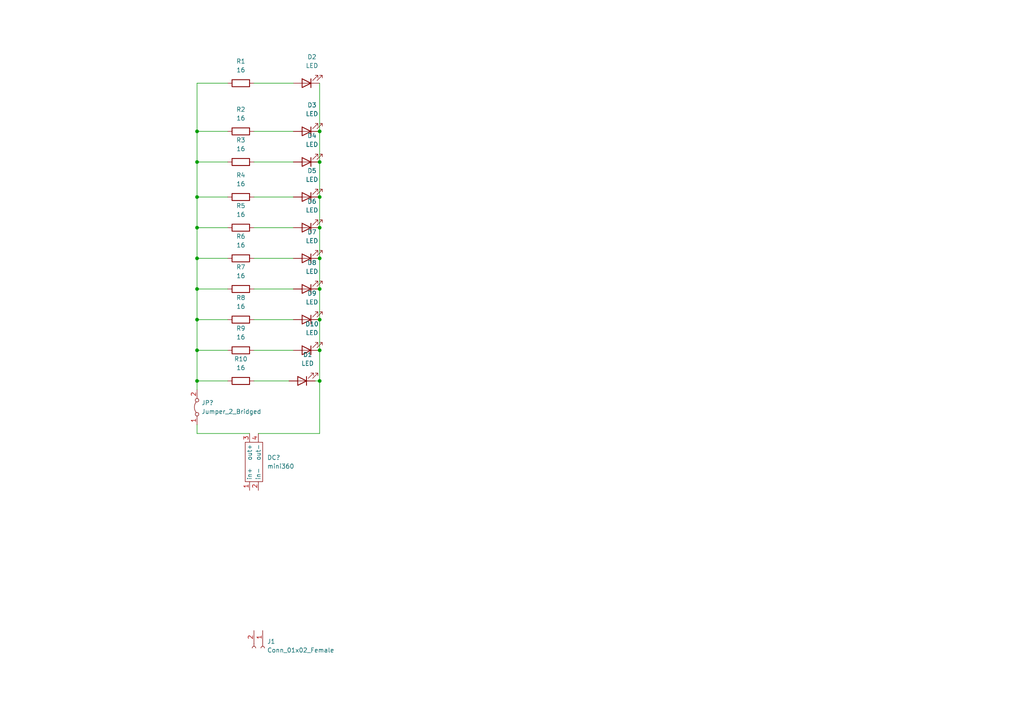
<source format=kicad_sch>
(kicad_sch (version 20211123) (generator eeschema)
  (paper "A4")
  (lib_symbols
    (symbol "Connector:Conn_01x02_Female" (pin_names (offset 1.016) hide)
      (property "Reference" "J" (at 0 2.54 0))
      (property "Value" "Conn_01x02_Female" (at 0 -5.08 0))
      (symbol "Conn_01x02_Female_1_1"
        (arc (start 0 -2.032) (mid -0.508 -2.54) (end 0 -3.048) (stroke (width 0.1524)))
        (polyline (pts (xy -1.27 -2.54) (xy -0.508 -2.54)) (stroke (width 0.1524)))
        (polyline (pts (xy -1.27 0) (xy -0.508 0)) (stroke (width 0.1524)))
        (arc (start 0 0.508) (mid -0.508 0) (end 0 -0.508) (stroke (width 0.1524)))
        (pin passive line (at -5.08 0 0) (length 3.81) (name "Pin_1") (number "1"))
        (pin passive line (at -5.08 -2.54 0) (length 3.81) (name "Pin_2") (number "2"))
      )
    )
    (symbol "Device:LED" (pin_numbers hide) (pin_names (offset 1.016) hide)
      (property "Reference" "D" (at 0 2.54 0))
      (property "Value" "LED" (at 0 -2.54 0))
      (symbol "LED_0_1"
        (polyline (pts (xy -1.27 -1.27) (xy -1.27 1.27)) (stroke (width 0.254)))
        (polyline (pts (xy -1.27 0) (xy 1.27 0)))
        (polyline (pts (xy 1.27 -1.27) (xy 1.27 1.27) (xy -1.27 0) (xy 1.27 -1.27)) (stroke (width 0.254)))
        (polyline (pts (xy -3.048 -0.762) (xy -4.572 -2.286) (xy -3.81 -2.286) (xy -4.572 -2.286) (xy -4.572 -1.524)))
        (polyline (pts (xy -1.778 -0.762) (xy -3.302 -2.286) (xy -2.54 -2.286) (xy -3.302 -2.286) (xy -3.302 -1.524)))
      )
      (symbol "LED_1_1"
        (pin passive line (at -3.81 0 0) (length 2.54) (name "K") (number "1"))
        (pin passive line (at 3.81 0 180) (length 2.54) (name "A") (number "2"))
      )
    )
    (symbol "Device:R" (pin_numbers hide) (pin_names (offset 0))
      (property "Reference" "R" (at 2.032 0 90))
      (property "Value" "R" (at 0 0 90))
      (symbol "R_0_1"
        (rectangle (start -1.016 -2.54) (end 1.016 2.54) (stroke (width 0.254)))
      )
      (symbol "R_1_1"
        (pin passive line (at 0 3.81 270) (length 1.27) (name "~") (number "1"))
        (pin passive line (at 0 -3.81 90) (length 1.27) (name "~") (number "2"))
      )
    )
    (symbol "Jumper:Jumper_2_Bridged" (pin_names (offset 0) hide)
      (property "Reference" "JP" (at 0 1.905 0))
      (property "Value" "Jumper_2_Bridged" (at 0 -2.54 0))
      (symbol "Jumper_2_Bridged_0_0"
        (circle (center -2.032 0) (radius 0.508))
        (circle (center 2.032 0) (radius 0.508))
      )
      (symbol "Jumper_2_Bridged_0_1"
        (arc (start 1.524 0.254) (mid 0 0.762) (end -1.524 0.254))
      )
      (symbol "Jumper_2_Bridged_1_1"
        (pin passive line (at -5.08 0 0) (length 2.54) (name "A") (number "1"))
        (pin passive line (at 5.08 0 180) (length 2.54) (name "B") (number "2"))
      )
    )
    (symbol "_dc_dc_converter:mini360"
      (property "Reference" "DC" (at 0 0 0))
      (property "Value" "mini360" (at 6.35 0 0))
      (symbol "mini360_0_1"
        (rectangle (start -1.27 6.35) (end 10.16 1.27))
      )
      (symbol "mini360_1_1"
        (pin power_in line (at -3.81 5.08 0) (length 2.54) (name "in+") (number "1"))
        (pin power_in line (at -3.81 2.54 0) (length 2.54) (name "in-") (number "2"))
        (pin power_out line (at 12.7 5.08 180) (length 2.54) (name "out+") (number "3"))
        (pin power_out line (at 12.7 2.54 180) (length 2.54) (name "out-") (number "4"))
      )
    )
  )
  (junction (at 57.15 83.82))
  (junction (at 92.71 66.04))
  (junction (at 92.71 46.99))
  (junction (at 57.15 38.1))
  (junction (at 92.71 101.6))
  (junction (at 57.15 92.71))
  (junction (at 57.15 66.04))
  (junction (at 92.71 74.93))
  (junction (at 57.15 101.6))
  (junction (at 57.15 110.49))
  (junction (at 92.71 38.1))
  (junction (at 92.71 83.82))
  (junction (at 57.15 74.93))
  (junction (at 92.71 57.15))
  (junction (at 57.15 57.15))
  (junction (at 92.71 92.71))
  (junction (at 92.71 110.49))
  (junction (at 57.15 46.99))
  (wire (pts (xy 92.71 110.49) (xy 92.71 125.73)))
  (wire (pts (xy 57.15 101.6) (xy 66.04 101.6)))
  (wire (pts (xy 66.04 57.15) (xy 57.15 57.15)))
  (wire (pts (xy 66.04 92.71) (xy 57.15 92.71)))
  (wire (pts (xy 66.04 66.04) (xy 57.15 66.04)))
  (wire (pts (xy 92.71 66.04) (xy 92.71 74.93)))
  (wire (pts (xy 73.66 101.6) (xy 85.09 101.6)))
  (wire (pts (xy 57.15 110.49) (xy 57.15 101.6)))
  (wire (pts (xy 92.71 101.6) (xy 92.71 110.49)))
  (wire (pts (xy 72.39 125.73) (xy 57.15 125.73)))
  (wire (pts (xy 73.66 83.82) (xy 85.09 83.82)))
  (wire (pts (xy 66.04 38.1) (xy 57.15 38.1)))
  (wire (pts (xy 57.15 38.1) (xy 57.15 24.13)))
  (wire (pts (xy 66.04 110.49) (xy 57.15 110.49)))
  (wire (pts (xy 92.71 38.1) (xy 92.71 46.99)))
  (wire (pts (xy 66.04 74.93) (xy 57.15 74.93)))
  (wire (pts (xy 92.71 57.15) (xy 92.71 66.04)))
  (wire (pts (xy 57.15 92.71) (xy 57.15 101.6)))
  (wire (pts (xy 73.66 74.93) (xy 85.09 74.93)))
  (wire (pts (xy 57.15 38.1) (xy 57.15 46.99)))
  (wire (pts (xy 57.15 24.13) (xy 66.04 24.13)))
  (wire (pts (xy 92.71 46.99) (xy 92.71 57.15)))
  (wire (pts (xy 73.66 110.49) (xy 83.82 110.49)))
  (wire (pts (xy 57.15 125.73) (xy 57.15 123.19)))
  (wire (pts (xy 66.04 83.82) (xy 57.15 83.82)))
  (wire (pts (xy 66.04 46.99) (xy 57.15 46.99)))
  (wire (pts (xy 73.66 57.15) (xy 85.09 57.15)))
  (wire (pts (xy 57.15 110.49) (xy 57.15 113.03)))
  (wire (pts (xy 57.15 83.82) (xy 57.15 92.71)))
  (wire (pts (xy 73.66 46.99) (xy 85.09 46.99)))
  (wire (pts (xy 92.71 74.93) (xy 92.71 83.82)))
  (wire (pts (xy 74.93 125.73) (xy 92.71 125.73)))
  (wire (pts (xy 92.71 83.82) (xy 92.71 92.71)))
  (wire (pts (xy 57.15 57.15) (xy 57.15 66.04)))
  (wire (pts (xy 73.66 24.13) (xy 85.09 24.13)))
  (wire (pts (xy 73.66 38.1) (xy 85.09 38.1)))
  (wire (pts (xy 92.71 110.49) (xy 91.44 110.49)))
  (wire (pts (xy 57.15 46.99) (xy 57.15 57.15)))
  (wire (pts (xy 92.71 24.13) (xy 92.71 38.1)))
  (wire (pts (xy 73.66 92.71) (xy 85.09 92.71)))
  (wire (pts (xy 92.71 92.71) (xy 92.71 101.6)))
  (wire (pts (xy 57.15 66.04) (xy 57.15 74.93)))
  (wire (pts (xy 73.66 66.04) (xy 85.09 66.04)))
  (wire (pts (xy 57.15 74.93) (xy 57.15 83.82)))
  (symbol (lib_id "Device:LED") (at 88.9 38.1 180) (unit 1)
    (property "Reference" "D3" (at 90.4875 30.48 0))
    (property "Value" "LED" (at 90.4875 33.02 0))
    (property "Footprint" "LED_THT:LED_D3.0mm" (effects hide))
  )
  (symbol (lib_id "Device:R") (at 69.85 92.71 270) (unit 1)
    (property "Reference" "R8" (at 69.85 86.36 90))
    (property "Value" "16" (at 69.85 88.9 90))
    (property "Footprint" "Resistor_THT:R_Axial_DIN0207_L6.3mm_D2.5mm_P7.62mm_Horizontal" (effects hide))
  )
  (symbol (lib_id "Device:R") (at 69.85 24.13 270) (unit 1)
    (property "Reference" "R1" (at 69.85 17.78 90))
    (property "Value" "16" (at 69.85 20.32 90))
    (property "Footprint" "Resistor_THT:R_Axial_DIN0207_L6.3mm_D2.5mm_P7.62mm_Horizontal" (effects hide))
  )
  (symbol (lib_id "Device:R") (at 69.85 83.82 270) (unit 1)
    (property "Reference" "R7" (at 69.85 77.47 90))
    (property "Value" "16" (at 69.85 80.01 90))
    (property "Footprint" "Resistor_THT:R_Axial_DIN0207_L6.3mm_D2.5mm_P7.62mm_Horizontal" (effects hide))
  )
  (symbol (lib_id "Device:LED") (at 88.9 57.15 180) (unit 1)
    (property "Reference" "D5" (at 90.4875 49.53 0))
    (property "Value" "LED" (at 90.4875 52.07 0))
    (property "Footprint" "LED_THT:LED_D3.0mm" (effects hide))
  )
  (symbol (lib_id "Device:R") (at 69.85 101.6 270) (unit 1)
    (property "Reference" "R9" (at 69.85 95.25 90))
    (property "Value" "16" (at 69.85 97.79 90))
    (property "Footprint" "Resistor_THT:R_Axial_DIN0207_L6.3mm_D2.5mm_P7.62mm_Horizontal" (effects hide))
  )
  (symbol (lib_id "Device:LED") (at 88.9 46.99 180) (unit 1)
    (property "Reference" "D4" (at 90.4875 39.37 0))
    (property "Value" "LED" (at 90.4875 41.91 0))
    (property "Footprint" "LED_THT:LED_D3.0mm" (effects hide))
  )
  (symbol (lib_id "Device:LED") (at 88.9 83.82 180) (unit 1)
    (property "Reference" "D8" (at 90.4875 76.2 0))
    (property "Value" "LED" (at 90.4875 78.74 0))
    (property "Footprint" "LED_THT:LED_D3.0mm" (effects hide))
  )
  (symbol (lib_id "Connector:Conn_01x02_Female") (at 76.2 187.96 270) (unit 1)
    (property "Reference" "J1" (at 77.47 186.0549 90) (effects (justify left)))
    (property "Value" "Conn_01x02_Female" (at 77.47 188.5949 90) (effects (justify left)))
    (property "Footprint" "Connector_AMASS:AMASS_XT30U-M_1x02_P5.0mm_Vertical" (effects hide))
  )
  (symbol (lib_id "Jumper:Jumper_2_Bridged") (at 57.15 118.11 90) (unit 1)
    (property "Reference" "JP?" (at 58.42 116.8399 90) (effects (justify right)))
    (property "Value" "Jumper_2_Bridged" (at 58.42 119.3799 90) (effects (justify right)))
  )
  (symbol (lib_id "Device:R") (at 69.85 57.15 270) (unit 1)
    (property "Reference" "R4" (at 69.85 50.8 90))
    (property "Value" "16" (at 69.85 53.34 90))
    (property "Footprint" "Resistor_THT:R_Axial_DIN0207_L6.3mm_D2.5mm_P7.62mm_Horizontal" (effects hide))
  )
  (symbol (lib_id "Device:LED") (at 88.9 66.04 180) (unit 1)
    (property "Reference" "D6" (at 90.4875 58.42 0))
    (property "Value" "LED" (at 90.4875 60.96 0))
    (property "Footprint" "LED_THT:LED_D3.0mm" (effects hide))
  )
  (symbol (lib_id "_dc_dc_converter:mini360") (at 77.47 138.43 90) (unit 1)
    (property "Reference" "DC?" (at 77.47 132.7149 90) (effects (justify right)))
    (property "Value" "mini360" (at 77.47 135.2549 90) (effects (justify right)))
  )
  (symbol (lib_id "Device:R") (at 69.85 46.99 270) (unit 1)
    (property "Reference" "R3" (at 69.85 40.64 90))
    (property "Value" "16" (at 69.85 43.18 90))
    (property "Footprint" "Resistor_THT:R_Axial_DIN0207_L6.3mm_D2.5mm_P7.62mm_Horizontal" (effects hide))
  )
  (symbol (lib_id "Device:R") (at 69.85 66.04 270) (unit 1)
    (property "Reference" "R5" (at 69.85 59.69 90))
    (property "Value" "16" (at 69.85 62.23 90))
    (property "Footprint" "Resistor_THT:R_Axial_DIN0207_L6.3mm_D2.5mm_P7.62mm_Horizontal" (effects hide))
  )
  (symbol (lib_id "Device:LED") (at 88.9 24.13 180) (unit 1)
    (property "Reference" "D2" (at 90.4875 16.51 0))
    (property "Value" "LED" (at 90.4875 19.05 0))
    (property "Footprint" "LED_THT:LED_D3.0mm" (effects hide))
  )
  (symbol (lib_id "Device:LED") (at 87.63 110.49 180) (unit 1)
    (property "Reference" "D1" (at 89.2175 102.87 0))
    (property "Value" "LED" (at 89.2175 105.41 0))
    (property "Footprint" "LED_THT:LED_D3.0mm" (effects hide))
  )
  (symbol (lib_id "Device:LED") (at 88.9 74.93 180) (unit 1)
    (property "Reference" "D7" (at 90.4875 67.31 0))
    (property "Value" "LED" (at 90.4875 69.85 0))
    (property "Footprint" "LED_THT:LED_D3.0mm" (effects hide))
  )
  (symbol (lib_id "Device:LED") (at 88.9 101.6 180) (unit 1)
    (property "Reference" "D10" (at 90.4875 93.98 0))
    (property "Value" "LED" (at 90.4875 96.52 0))
    (property "Footprint" "LED_THT:LED_D3.0mm" (effects hide))
  )
  (symbol (lib_id "Device:R") (at 69.85 110.49 270) (unit 1)
    (property "Reference" "R10" (at 69.85 104.14 90))
    (property "Value" "16" (at 69.85 106.68 90))
    (property "Footprint" "Resistor_THT:R_Axial_DIN0207_L6.3mm_D2.5mm_P7.62mm_Horizontal" (effects hide))
  )
  (symbol (lib_id "Device:R") (at 69.85 38.1 270) (unit 1)
    (property "Reference" "R2" (at 69.85 31.75 90))
    (property "Value" "16" (at 69.85 34.29 90))
    (property "Footprint" "Resistor_THT:R_Axial_DIN0207_L6.3mm_D2.5mm_P7.62mm_Horizontal" (effects hide))
  )
  (symbol (lib_id "Device:LED") (at 88.9 92.71 180) (unit 1)
    (property "Reference" "D9" (at 90.4875 85.09 0))
    (property "Value" "LED" (at 90.4875 87.63 0))
    (property "Footprint" "LED_THT:LED_D3.0mm" (effects hide))
  )
  (symbol (lib_id "Device:R") (at 69.85 74.93 270) (unit 1)
    (property "Reference" "R6" (at 69.85 68.58 90))
    (property "Value" "16" (at 69.85 71.12 90))
    (property "Footprint" "Resistor_THT:R_Axial_DIN0207_L6.3mm_D2.5mm_P7.62mm_Horizontal" (effects hide))
  )
)
</source>
